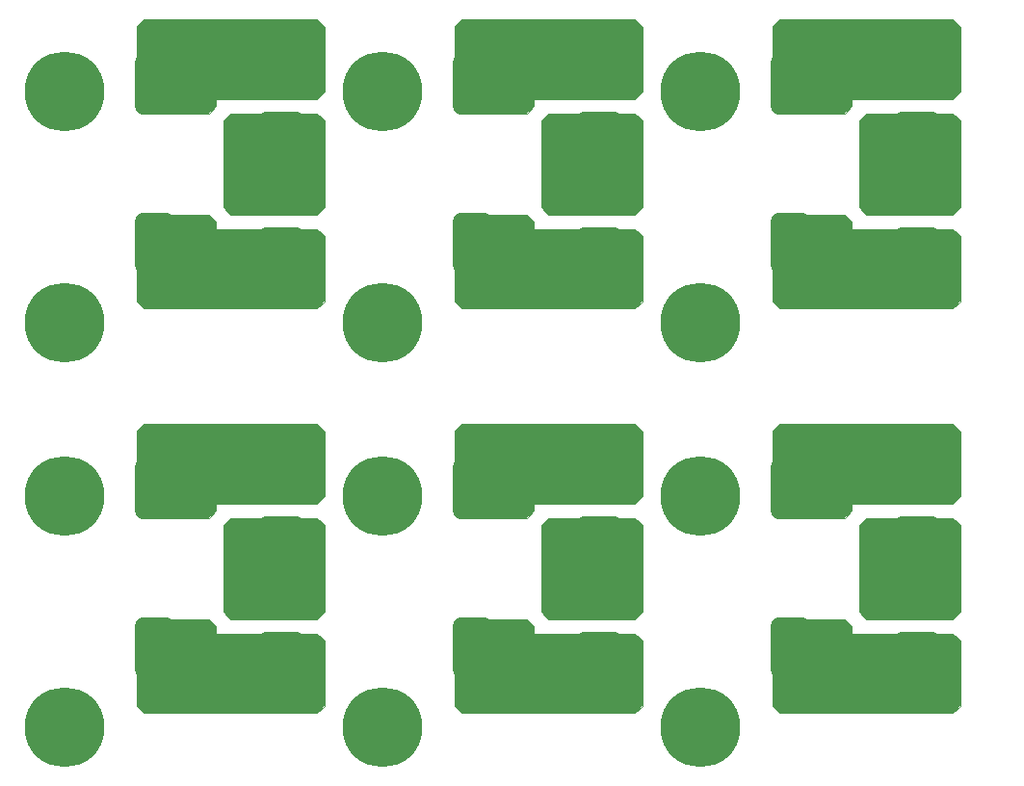
<source format=gbr>
%FSLAX34Y34*%
%MOMM*%
%LNSILK_TOP*%
G71*
G01*
%ADD10C, 2.00*%
%ADD11C, 0.10*%
%ADD12C, 7.00*%
%ADD13C, 1.50*%
%LPD*%
G36*
X257300Y759700D02*
X248525Y768475D01*
X248525Y780925D01*
X257300Y789700D01*
X269750Y789700D01*
X278525Y780925D01*
X278525Y768475D01*
X269750Y759700D01*
X257300Y759700D01*
G37*
G36*
X257300Y810500D02*
X248525Y819275D01*
X248525Y831725D01*
X257300Y840500D01*
X269750Y840500D01*
X278525Y831725D01*
X278525Y819275D01*
X269750Y810500D01*
X257300Y810500D01*
G37*
G36*
X257300Y861300D02*
X248525Y870075D01*
X248525Y882525D01*
X257300Y891300D01*
X269750Y891300D01*
X278525Y882525D01*
X278525Y870075D01*
X269750Y861300D01*
X257300Y861300D01*
G37*
G36*
X257300Y912100D02*
X248525Y920875D01*
X248525Y933325D01*
X257300Y942100D01*
X269750Y942100D01*
X278525Y933325D01*
X278525Y920875D01*
X269750Y912100D01*
X257300Y912100D01*
G37*
X187325Y928688D02*
G54D10*
D03*
X187325Y927100D02*
G54D10*
D03*
X187325Y925512D02*
G54D10*
D03*
X187325Y923925D02*
G54D10*
D03*
X187325Y922338D02*
G54D10*
D03*
X187325Y920750D02*
G54D10*
D03*
X187325Y919162D02*
G54D10*
D03*
X187325Y917575D02*
G54D10*
D03*
X187325Y915988D02*
G54D10*
D03*
X187325Y914400D02*
G54D10*
D03*
X187325Y912812D02*
G54D10*
D03*
X152400Y928688D02*
G54D10*
D03*
X152400Y927100D02*
G54D10*
D03*
X152400Y925512D02*
G54D10*
D03*
X152400Y923925D02*
G54D10*
D03*
X152400Y922338D02*
G54D10*
D03*
X152400Y920750D02*
G54D10*
D03*
X152400Y919162D02*
G54D10*
D03*
X152400Y917575D02*
G54D10*
D03*
X152400Y915988D02*
G54D10*
D03*
X152400Y914400D02*
G54D10*
D03*
X152400Y912812D02*
G54D10*
D03*
X187325Y788988D02*
G54D10*
D03*
X187325Y787400D02*
G54D10*
D03*
X187325Y785812D02*
G54D10*
D03*
X187325Y784225D02*
G54D10*
D03*
X187325Y782638D02*
G54D10*
D03*
X187325Y781050D02*
G54D10*
D03*
X187325Y779462D02*
G54D10*
D03*
X187325Y777875D02*
G54D10*
D03*
X187325Y776288D02*
G54D10*
D03*
X187325Y774700D02*
G54D10*
D03*
X187325Y773112D02*
G54D10*
D03*
X152400Y787400D02*
G54D10*
D03*
X152400Y788988D02*
G54D10*
D03*
X152400Y785812D02*
G54D10*
D03*
X152400Y784225D02*
G54D10*
D03*
X152400Y782638D02*
G54D10*
D03*
X152400Y781050D02*
G54D10*
D03*
X152400Y779462D02*
G54D10*
D03*
X152400Y777875D02*
G54D10*
D03*
X152400Y776288D02*
G54D10*
D03*
X152400Y774700D02*
G54D10*
D03*
X152400Y773112D02*
G54D10*
D03*
G36*
X301625Y889000D02*
X295275Y895350D01*
X219075Y895350D01*
X212725Y889000D01*
X212725Y812800D01*
X219075Y806450D01*
X295275Y806450D01*
X301625Y812800D01*
X301625Y889000D01*
G37*
G54D11*
X301625Y889000D02*
X295275Y895350D01*
X219075Y895350D01*
X212725Y889000D01*
X212725Y812800D01*
X219075Y806450D01*
X295275Y806450D01*
X301625Y812800D01*
X301625Y889000D01*
G36*
X295275Y908050D02*
X301625Y914400D01*
X301625Y946150D01*
X295275Y952500D01*
X142875Y952500D01*
X136525Y946150D01*
X136525Y908050D01*
X295275Y908050D01*
G37*
G54D11*
X295275Y908050D02*
X301625Y914400D01*
X301625Y946150D01*
X295275Y952500D01*
X142875Y952500D01*
X136525Y946150D01*
X136525Y908050D01*
X295275Y908050D01*
G36*
X301625Y787400D02*
X295275Y793750D01*
X136525Y793750D01*
X136525Y755650D01*
X142875Y749300D01*
X295275Y749300D01*
X301625Y755650D01*
X301625Y787400D01*
G37*
G54D11*
X301625Y787400D02*
X295275Y793750D01*
X136525Y793750D01*
X136525Y755650D01*
X142875Y749300D01*
X295275Y749300D01*
X301625Y755650D01*
X301625Y787400D01*
G36*
X136525Y908050D02*
X136525Y901700D01*
X142875Y895350D01*
X200025Y895350D01*
X206375Y901700D01*
X206375Y908050D01*
X136525Y908050D01*
G37*
G54D11*
X136525Y908050D02*
X136525Y901700D01*
X142875Y895350D01*
X200025Y895350D01*
X206375Y901700D01*
X206375Y908050D01*
X136525Y908050D01*
G36*
X136525Y793750D02*
X136525Y800100D01*
X142875Y806450D01*
X200025Y806450D01*
X206375Y800100D01*
X206375Y793750D01*
X136525Y793750D01*
G37*
G54D11*
X136525Y793750D02*
X136525Y800100D01*
X142875Y806450D01*
X200025Y806450D01*
X206375Y800100D01*
X206375Y793750D01*
X136525Y793750D01*
X73025Y914400D02*
G54D12*
D03*
X73025Y711200D02*
G54D12*
D03*
G36*
X301625Y755650D02*
X301625Y730250D01*
X295275Y723900D01*
X142875Y723900D01*
X136525Y730250D01*
X136525Y755650D01*
X301625Y755650D01*
G37*
G54D11*
X301625Y755650D02*
X301625Y730250D01*
X295275Y723900D01*
X142875Y723900D01*
X136525Y730250D01*
X136525Y755650D01*
X301625Y755650D01*
G36*
X136525Y946150D02*
X301625Y946150D01*
X301625Y971550D01*
X295275Y977900D01*
X142875Y977900D01*
X136525Y971550D01*
X136525Y946150D01*
G37*
G54D11*
X136525Y946150D02*
X301625Y946150D01*
X301625Y971550D01*
X295275Y977900D01*
X142875Y977900D01*
X136525Y971550D01*
X136525Y946150D01*
G54D13*
X250825Y927100D02*
X250825Y914400D01*
X276225Y914400D01*
X276225Y939800D01*
X142875Y939800D01*
X142875Y901700D01*
X161925Y901700D01*
X161925Y920750D01*
G54D13*
X250825Y774700D02*
X250825Y787400D01*
X276225Y787400D01*
X276225Y762000D01*
X142875Y762000D01*
X142875Y800100D01*
X161925Y800100D01*
X161925Y781050D01*
G54D13*
X250825Y863600D02*
X250825Y889000D01*
X276225Y889000D01*
X276225Y812800D01*
X250825Y812800D01*
X250825Y838200D01*
G36*
X536700Y759700D02*
X527925Y768475D01*
X527925Y780925D01*
X536700Y789700D01*
X549150Y789700D01*
X557925Y780925D01*
X557925Y768475D01*
X549150Y759700D01*
X536700Y759700D01*
G37*
G36*
X536700Y810500D02*
X527925Y819275D01*
X527925Y831725D01*
X536700Y840500D01*
X549150Y840500D01*
X557925Y831725D01*
X557925Y819275D01*
X549150Y810500D01*
X536700Y810500D01*
G37*
G36*
X536700Y861300D02*
X527925Y870075D01*
X527925Y882525D01*
X536700Y891300D01*
X549150Y891300D01*
X557925Y882525D01*
X557925Y870075D01*
X549150Y861300D01*
X536700Y861300D01*
G37*
G36*
X536700Y912100D02*
X527925Y920875D01*
X527925Y933325D01*
X536700Y942100D01*
X549150Y942100D01*
X557925Y933325D01*
X557925Y920875D01*
X549150Y912100D01*
X536700Y912100D01*
G37*
X466725Y928688D02*
G54D10*
D03*
X466725Y927100D02*
G54D10*
D03*
X466725Y925512D02*
G54D10*
D03*
X466725Y923925D02*
G54D10*
D03*
X466725Y922338D02*
G54D10*
D03*
X466725Y920750D02*
G54D10*
D03*
X466725Y919162D02*
G54D10*
D03*
X466725Y917575D02*
G54D10*
D03*
X466725Y915988D02*
G54D10*
D03*
X466725Y914400D02*
G54D10*
D03*
X466725Y912812D02*
G54D10*
D03*
X431800Y928688D02*
G54D10*
D03*
X431800Y927100D02*
G54D10*
D03*
X431800Y925512D02*
G54D10*
D03*
X431800Y923925D02*
G54D10*
D03*
X431800Y922338D02*
G54D10*
D03*
X431800Y920750D02*
G54D10*
D03*
X431800Y919162D02*
G54D10*
D03*
X431800Y917575D02*
G54D10*
D03*
X431800Y915988D02*
G54D10*
D03*
X431800Y914400D02*
G54D10*
D03*
X431800Y912812D02*
G54D10*
D03*
X466725Y788988D02*
G54D10*
D03*
X466725Y787400D02*
G54D10*
D03*
X466725Y785812D02*
G54D10*
D03*
X466725Y784225D02*
G54D10*
D03*
X466725Y782638D02*
G54D10*
D03*
X466725Y781050D02*
G54D10*
D03*
X466725Y779462D02*
G54D10*
D03*
X466725Y777875D02*
G54D10*
D03*
X466725Y776288D02*
G54D10*
D03*
X466725Y774700D02*
G54D10*
D03*
X466725Y773112D02*
G54D10*
D03*
X431800Y787400D02*
G54D10*
D03*
X431800Y788988D02*
G54D10*
D03*
X431800Y785812D02*
G54D10*
D03*
X431800Y784225D02*
G54D10*
D03*
X431800Y782638D02*
G54D10*
D03*
X431800Y781050D02*
G54D10*
D03*
X431800Y779462D02*
G54D10*
D03*
X431800Y777875D02*
G54D10*
D03*
X431800Y776288D02*
G54D10*
D03*
X431800Y774700D02*
G54D10*
D03*
X431800Y773112D02*
G54D10*
D03*
G36*
X581025Y889000D02*
X574675Y895350D01*
X498475Y895350D01*
X492125Y889000D01*
X492125Y812800D01*
X498475Y806450D01*
X574675Y806450D01*
X581025Y812800D01*
X581025Y889000D01*
G37*
G54D11*
X581025Y889000D02*
X574675Y895350D01*
X498475Y895350D01*
X492125Y889000D01*
X492125Y812800D01*
X498475Y806450D01*
X574675Y806450D01*
X581025Y812800D01*
X581025Y889000D01*
G36*
X574675Y908050D02*
X581025Y914400D01*
X581025Y946150D01*
X574675Y952500D01*
X422275Y952500D01*
X415925Y946150D01*
X415925Y908050D01*
X574675Y908050D01*
G37*
G54D11*
X574675Y908050D02*
X581025Y914400D01*
X581025Y946150D01*
X574675Y952500D01*
X422275Y952500D01*
X415925Y946150D01*
X415925Y908050D01*
X574675Y908050D01*
G36*
X581025Y787400D02*
X574675Y793750D01*
X415925Y793750D01*
X415925Y755650D01*
X422275Y749300D01*
X574675Y749300D01*
X581025Y755650D01*
X581025Y787400D01*
G37*
G54D11*
X581025Y787400D02*
X574675Y793750D01*
X415925Y793750D01*
X415925Y755650D01*
X422275Y749300D01*
X574675Y749300D01*
X581025Y755650D01*
X581025Y787400D01*
G36*
X415925Y908050D02*
X415925Y901700D01*
X422275Y895350D01*
X479425Y895350D01*
X485775Y901700D01*
X485775Y908050D01*
X415925Y908050D01*
G37*
G54D11*
X415925Y908050D02*
X415925Y901700D01*
X422275Y895350D01*
X479425Y895350D01*
X485775Y901700D01*
X485775Y908050D01*
X415925Y908050D01*
G36*
X415925Y793750D02*
X415925Y800100D01*
X422275Y806450D01*
X479425Y806450D01*
X485775Y800100D01*
X485775Y793750D01*
X415925Y793750D01*
G37*
G54D11*
X415925Y793750D02*
X415925Y800100D01*
X422275Y806450D01*
X479425Y806450D01*
X485775Y800100D01*
X485775Y793750D01*
X415925Y793750D01*
X352425Y914400D02*
G54D12*
D03*
X352425Y711200D02*
G54D12*
D03*
G36*
X581025Y755650D02*
X581025Y730250D01*
X574675Y723900D01*
X422275Y723900D01*
X415925Y730250D01*
X415925Y755650D01*
X581025Y755650D01*
G37*
G54D11*
X581025Y755650D02*
X581025Y730250D01*
X574675Y723900D01*
X422275Y723900D01*
X415925Y730250D01*
X415925Y755650D01*
X581025Y755650D01*
G36*
X415925Y946150D02*
X581025Y946150D01*
X581025Y971550D01*
X574675Y977900D01*
X422275Y977900D01*
X415925Y971550D01*
X415925Y946150D01*
G37*
G54D11*
X415925Y946150D02*
X581025Y946150D01*
X581025Y971550D01*
X574675Y977900D01*
X422275Y977900D01*
X415925Y971550D01*
X415925Y946150D01*
G54D13*
X530225Y927100D02*
X530225Y914400D01*
X555625Y914400D01*
X555625Y939800D01*
X422275Y939800D01*
X422275Y901700D01*
X441325Y901700D01*
X441325Y920750D01*
G54D13*
X530225Y774700D02*
X530225Y787400D01*
X555625Y787400D01*
X555625Y762000D01*
X422275Y762000D01*
X422275Y800100D01*
X441325Y800100D01*
X441325Y781050D01*
G54D13*
X530225Y863600D02*
X530225Y889000D01*
X555625Y889000D01*
X555625Y812800D01*
X530225Y812800D01*
X530225Y838200D01*
G36*
X816100Y759700D02*
X807325Y768475D01*
X807325Y780925D01*
X816100Y789700D01*
X828550Y789700D01*
X837325Y780925D01*
X837325Y768475D01*
X828550Y759700D01*
X816100Y759700D01*
G37*
G36*
X816100Y810500D02*
X807325Y819275D01*
X807325Y831725D01*
X816100Y840500D01*
X828550Y840500D01*
X837325Y831725D01*
X837325Y819275D01*
X828550Y810500D01*
X816100Y810500D01*
G37*
G36*
X816100Y861300D02*
X807325Y870075D01*
X807325Y882525D01*
X816100Y891300D01*
X828550Y891300D01*
X837325Y882525D01*
X837325Y870075D01*
X828550Y861300D01*
X816100Y861300D01*
G37*
G36*
X816100Y912100D02*
X807325Y920875D01*
X807325Y933325D01*
X816100Y942100D01*
X828550Y942100D01*
X837325Y933325D01*
X837325Y920875D01*
X828550Y912100D01*
X816100Y912100D01*
G37*
X746125Y928688D02*
G54D10*
D03*
X746125Y927100D02*
G54D10*
D03*
X746125Y925512D02*
G54D10*
D03*
X746125Y923925D02*
G54D10*
D03*
X746125Y922338D02*
G54D10*
D03*
X746125Y920750D02*
G54D10*
D03*
X746125Y919162D02*
G54D10*
D03*
X746125Y917575D02*
G54D10*
D03*
X746125Y915988D02*
G54D10*
D03*
X746125Y914400D02*
G54D10*
D03*
X746125Y912812D02*
G54D10*
D03*
X711200Y928688D02*
G54D10*
D03*
X711200Y927100D02*
G54D10*
D03*
X711200Y925512D02*
G54D10*
D03*
X711200Y923925D02*
G54D10*
D03*
X711200Y922338D02*
G54D10*
D03*
X711200Y920750D02*
G54D10*
D03*
X711200Y919162D02*
G54D10*
D03*
X711200Y917575D02*
G54D10*
D03*
X711200Y915988D02*
G54D10*
D03*
X711200Y914400D02*
G54D10*
D03*
X711200Y912812D02*
G54D10*
D03*
X746125Y788988D02*
G54D10*
D03*
X746125Y787400D02*
G54D10*
D03*
X746125Y785812D02*
G54D10*
D03*
X746125Y784225D02*
G54D10*
D03*
X746125Y782638D02*
G54D10*
D03*
X746125Y781050D02*
G54D10*
D03*
X746125Y779462D02*
G54D10*
D03*
X746125Y777875D02*
G54D10*
D03*
X746125Y776288D02*
G54D10*
D03*
X746125Y774700D02*
G54D10*
D03*
X746125Y773112D02*
G54D10*
D03*
X711200Y787400D02*
G54D10*
D03*
X711200Y788988D02*
G54D10*
D03*
X711200Y785812D02*
G54D10*
D03*
X711200Y784225D02*
G54D10*
D03*
X711200Y782638D02*
G54D10*
D03*
X711200Y781050D02*
G54D10*
D03*
X711200Y779462D02*
G54D10*
D03*
X711200Y777875D02*
G54D10*
D03*
X711200Y776288D02*
G54D10*
D03*
X711200Y774700D02*
G54D10*
D03*
X711200Y773112D02*
G54D10*
D03*
G36*
X860425Y889000D02*
X854075Y895350D01*
X777875Y895350D01*
X771525Y889000D01*
X771525Y812800D01*
X777875Y806450D01*
X854075Y806450D01*
X860425Y812800D01*
X860425Y889000D01*
G37*
G54D11*
X860425Y889000D02*
X854075Y895350D01*
X777875Y895350D01*
X771525Y889000D01*
X771525Y812800D01*
X777875Y806450D01*
X854075Y806450D01*
X860425Y812800D01*
X860425Y889000D01*
G36*
X854075Y908050D02*
X860425Y914400D01*
X860425Y946150D01*
X854075Y952500D01*
X701675Y952500D01*
X695325Y946150D01*
X695325Y908050D01*
X854075Y908050D01*
G37*
G54D11*
X854075Y908050D02*
X860425Y914400D01*
X860425Y946150D01*
X854075Y952500D01*
X701675Y952500D01*
X695325Y946150D01*
X695325Y908050D01*
X854075Y908050D01*
G36*
X860425Y787400D02*
X854075Y793750D01*
X695325Y793750D01*
X695325Y755650D01*
X701675Y749300D01*
X854075Y749300D01*
X860425Y755650D01*
X860425Y787400D01*
G37*
G54D11*
X860425Y787400D02*
X854075Y793750D01*
X695325Y793750D01*
X695325Y755650D01*
X701675Y749300D01*
X854075Y749300D01*
X860425Y755650D01*
X860425Y787400D01*
G36*
X695325Y908050D02*
X695325Y901700D01*
X701675Y895350D01*
X758825Y895350D01*
X765175Y901700D01*
X765175Y908050D01*
X695325Y908050D01*
G37*
G54D11*
X695325Y908050D02*
X695325Y901700D01*
X701675Y895350D01*
X758825Y895350D01*
X765175Y901700D01*
X765175Y908050D01*
X695325Y908050D01*
G36*
X695325Y793750D02*
X695325Y800100D01*
X701675Y806450D01*
X758825Y806450D01*
X765175Y800100D01*
X765175Y793750D01*
X695325Y793750D01*
G37*
G54D11*
X695325Y793750D02*
X695325Y800100D01*
X701675Y806450D01*
X758825Y806450D01*
X765175Y800100D01*
X765175Y793750D01*
X695325Y793750D01*
X631825Y914400D02*
G54D12*
D03*
X631825Y711200D02*
G54D12*
D03*
G36*
X860425Y755650D02*
X860425Y730250D01*
X854075Y723900D01*
X701675Y723900D01*
X695325Y730250D01*
X695325Y755650D01*
X860425Y755650D01*
G37*
G54D11*
X860425Y755650D02*
X860425Y730250D01*
X854075Y723900D01*
X701675Y723900D01*
X695325Y730250D01*
X695325Y755650D01*
X860425Y755650D01*
G36*
X695325Y946150D02*
X860425Y946150D01*
X860425Y971550D01*
X854075Y977900D01*
X701675Y977900D01*
X695325Y971550D01*
X695325Y946150D01*
G37*
G54D11*
X695325Y946150D02*
X860425Y946150D01*
X860425Y971550D01*
X854075Y977900D01*
X701675Y977900D01*
X695325Y971550D01*
X695325Y946150D01*
G54D13*
X809625Y927100D02*
X809625Y914400D01*
X835025Y914400D01*
X835025Y939800D01*
X701675Y939800D01*
X701675Y901700D01*
X720725Y901700D01*
X720725Y920750D01*
G54D13*
X809625Y774700D02*
X809625Y787400D01*
X835025Y787400D01*
X835025Y762000D01*
X701675Y762000D01*
X701675Y800100D01*
X720725Y800100D01*
X720725Y781050D01*
G54D13*
X809625Y863600D02*
X809625Y889000D01*
X835025Y889000D01*
X835025Y812800D01*
X809625Y812800D01*
X809625Y838200D01*
G36*
X257300Y404100D02*
X248525Y412875D01*
X248525Y425325D01*
X257300Y434100D01*
X269750Y434100D01*
X278525Y425325D01*
X278525Y412875D01*
X269750Y404100D01*
X257300Y404100D01*
G37*
G36*
X257300Y454900D02*
X248525Y463675D01*
X248525Y476125D01*
X257300Y484900D01*
X269750Y484900D01*
X278525Y476125D01*
X278525Y463675D01*
X269750Y454900D01*
X257300Y454900D01*
G37*
G36*
X257300Y505700D02*
X248525Y514475D01*
X248525Y526925D01*
X257300Y535700D01*
X269750Y535700D01*
X278525Y526925D01*
X278525Y514475D01*
X269750Y505700D01*
X257300Y505700D01*
G37*
G36*
X257300Y556500D02*
X248525Y565275D01*
X248525Y577725D01*
X257300Y586500D01*
X269750Y586500D01*
X278525Y577725D01*
X278525Y565275D01*
X269750Y556500D01*
X257300Y556500D01*
G37*
X187325Y573088D02*
G54D10*
D03*
X187325Y571500D02*
G54D10*
D03*
X187325Y569912D02*
G54D10*
D03*
X187325Y568325D02*
G54D10*
D03*
X187325Y566738D02*
G54D10*
D03*
X187325Y565150D02*
G54D10*
D03*
X187325Y563562D02*
G54D10*
D03*
X187325Y561975D02*
G54D10*
D03*
X187325Y560388D02*
G54D10*
D03*
X187325Y558800D02*
G54D10*
D03*
X187325Y557212D02*
G54D10*
D03*
X152400Y573088D02*
G54D10*
D03*
X152400Y571500D02*
G54D10*
D03*
X152400Y569912D02*
G54D10*
D03*
X152400Y568325D02*
G54D10*
D03*
X152400Y566738D02*
G54D10*
D03*
X152400Y565150D02*
G54D10*
D03*
X152400Y563562D02*
G54D10*
D03*
X152400Y561975D02*
G54D10*
D03*
X152400Y560388D02*
G54D10*
D03*
X152400Y558800D02*
G54D10*
D03*
X152400Y557212D02*
G54D10*
D03*
X187325Y433388D02*
G54D10*
D03*
X187325Y431800D02*
G54D10*
D03*
X187325Y430212D02*
G54D10*
D03*
X187325Y428625D02*
G54D10*
D03*
X187325Y427038D02*
G54D10*
D03*
X187325Y425450D02*
G54D10*
D03*
X187325Y423862D02*
G54D10*
D03*
X187325Y422275D02*
G54D10*
D03*
X187325Y420688D02*
G54D10*
D03*
X187325Y419100D02*
G54D10*
D03*
X187325Y417512D02*
G54D10*
D03*
X152400Y431800D02*
G54D10*
D03*
X152400Y433388D02*
G54D10*
D03*
X152400Y430212D02*
G54D10*
D03*
X152400Y428625D02*
G54D10*
D03*
X152400Y427038D02*
G54D10*
D03*
X152400Y425450D02*
G54D10*
D03*
X152400Y423862D02*
G54D10*
D03*
X152400Y422275D02*
G54D10*
D03*
X152400Y420688D02*
G54D10*
D03*
X152400Y419100D02*
G54D10*
D03*
X152400Y417512D02*
G54D10*
D03*
G36*
X301625Y533400D02*
X295275Y539750D01*
X219075Y539750D01*
X212725Y533400D01*
X212725Y457200D01*
X219075Y450850D01*
X295275Y450850D01*
X301625Y457200D01*
X301625Y533400D01*
G37*
G54D11*
X301625Y533400D02*
X295275Y539750D01*
X219075Y539750D01*
X212725Y533400D01*
X212725Y457200D01*
X219075Y450850D01*
X295275Y450850D01*
X301625Y457200D01*
X301625Y533400D01*
G36*
X295275Y552450D02*
X301625Y558800D01*
X301625Y590550D01*
X295275Y596900D01*
X142875Y596900D01*
X136525Y590550D01*
X136525Y552450D01*
X295275Y552450D01*
G37*
G54D11*
X295275Y552450D02*
X301625Y558800D01*
X301625Y590550D01*
X295275Y596900D01*
X142875Y596900D01*
X136525Y590550D01*
X136525Y552450D01*
X295275Y552450D01*
G36*
X301625Y431800D02*
X295275Y438150D01*
X136525Y438150D01*
X136525Y400050D01*
X142875Y393700D01*
X295275Y393700D01*
X301625Y400050D01*
X301625Y431800D01*
G37*
G54D11*
X301625Y431800D02*
X295275Y438150D01*
X136525Y438150D01*
X136525Y400050D01*
X142875Y393700D01*
X295275Y393700D01*
X301625Y400050D01*
X301625Y431800D01*
G36*
X136525Y552450D02*
X136525Y546100D01*
X142875Y539750D01*
X200025Y539750D01*
X206375Y546100D01*
X206375Y552450D01*
X136525Y552450D01*
G37*
G54D11*
X136525Y552450D02*
X136525Y546100D01*
X142875Y539750D01*
X200025Y539750D01*
X206375Y546100D01*
X206375Y552450D01*
X136525Y552450D01*
G36*
X136525Y438150D02*
X136525Y444500D01*
X142875Y450850D01*
X200025Y450850D01*
X206375Y444500D01*
X206375Y438150D01*
X136525Y438150D01*
G37*
G54D11*
X136525Y438150D02*
X136525Y444500D01*
X142875Y450850D01*
X200025Y450850D01*
X206375Y444500D01*
X206375Y438150D01*
X136525Y438150D01*
X73025Y558800D02*
G54D12*
D03*
X73025Y355600D02*
G54D12*
D03*
G36*
X301625Y400050D02*
X301625Y374650D01*
X295275Y368300D01*
X142875Y368300D01*
X136525Y374650D01*
X136525Y400050D01*
X301625Y400050D01*
G37*
G54D11*
X301625Y400050D02*
X301625Y374650D01*
X295275Y368300D01*
X142875Y368300D01*
X136525Y374650D01*
X136525Y400050D01*
X301625Y400050D01*
G36*
X136525Y590550D02*
X301625Y590550D01*
X301625Y615950D01*
X295275Y622300D01*
X142875Y622300D01*
X136525Y615950D01*
X136525Y590550D01*
G37*
G54D11*
X136525Y590550D02*
X301625Y590550D01*
X301625Y615950D01*
X295275Y622300D01*
X142875Y622300D01*
X136525Y615950D01*
X136525Y590550D01*
G54D13*
X250825Y571500D02*
X250825Y558800D01*
X276225Y558800D01*
X276225Y584200D01*
X142875Y584200D01*
X142875Y546100D01*
X161925Y546100D01*
X161925Y565150D01*
G54D13*
X250825Y419100D02*
X250825Y431800D01*
X276225Y431800D01*
X276225Y406400D01*
X142875Y406400D01*
X142875Y444500D01*
X161925Y444500D01*
X161925Y425450D01*
G54D13*
X250825Y508000D02*
X250825Y533400D01*
X276225Y533400D01*
X276225Y457200D01*
X250825Y457200D01*
X250825Y482600D01*
G36*
X536700Y404100D02*
X527925Y412875D01*
X527925Y425325D01*
X536700Y434100D01*
X549150Y434100D01*
X557925Y425325D01*
X557925Y412875D01*
X549150Y404100D01*
X536700Y404100D01*
G37*
G36*
X536700Y454900D02*
X527925Y463675D01*
X527925Y476125D01*
X536700Y484900D01*
X549150Y484900D01*
X557925Y476125D01*
X557925Y463675D01*
X549150Y454900D01*
X536700Y454900D01*
G37*
G36*
X536700Y505700D02*
X527925Y514475D01*
X527925Y526925D01*
X536700Y535700D01*
X549150Y535700D01*
X557925Y526925D01*
X557925Y514475D01*
X549150Y505700D01*
X536700Y505700D01*
G37*
G36*
X536700Y556500D02*
X527925Y565275D01*
X527925Y577725D01*
X536700Y586500D01*
X549150Y586500D01*
X557925Y577725D01*
X557925Y565275D01*
X549150Y556500D01*
X536700Y556500D01*
G37*
X466725Y573088D02*
G54D10*
D03*
X466725Y571500D02*
G54D10*
D03*
X466725Y569912D02*
G54D10*
D03*
X466725Y568325D02*
G54D10*
D03*
X466725Y566738D02*
G54D10*
D03*
X466725Y565150D02*
G54D10*
D03*
X466725Y563562D02*
G54D10*
D03*
X466725Y561975D02*
G54D10*
D03*
X466725Y560388D02*
G54D10*
D03*
X466725Y558800D02*
G54D10*
D03*
X466725Y557212D02*
G54D10*
D03*
X431800Y573088D02*
G54D10*
D03*
X431800Y571500D02*
G54D10*
D03*
X431800Y569912D02*
G54D10*
D03*
X431800Y568325D02*
G54D10*
D03*
X431800Y566738D02*
G54D10*
D03*
X431800Y565150D02*
G54D10*
D03*
X431800Y563562D02*
G54D10*
D03*
X431800Y561975D02*
G54D10*
D03*
X431800Y560388D02*
G54D10*
D03*
X431800Y558800D02*
G54D10*
D03*
X431800Y557212D02*
G54D10*
D03*
X466725Y433388D02*
G54D10*
D03*
X466725Y431800D02*
G54D10*
D03*
X466725Y430212D02*
G54D10*
D03*
X466725Y428625D02*
G54D10*
D03*
X466725Y427038D02*
G54D10*
D03*
X466725Y425450D02*
G54D10*
D03*
X466725Y423862D02*
G54D10*
D03*
X466725Y422275D02*
G54D10*
D03*
X466725Y420688D02*
G54D10*
D03*
X466725Y419100D02*
G54D10*
D03*
X466725Y417512D02*
G54D10*
D03*
X431800Y431800D02*
G54D10*
D03*
X431800Y433388D02*
G54D10*
D03*
X431800Y430212D02*
G54D10*
D03*
X431800Y428625D02*
G54D10*
D03*
X431800Y427038D02*
G54D10*
D03*
X431800Y425450D02*
G54D10*
D03*
X431800Y423862D02*
G54D10*
D03*
X431800Y422275D02*
G54D10*
D03*
X431800Y420688D02*
G54D10*
D03*
X431800Y419100D02*
G54D10*
D03*
X431800Y417512D02*
G54D10*
D03*
G36*
X581025Y533400D02*
X574675Y539750D01*
X498475Y539750D01*
X492125Y533400D01*
X492125Y457200D01*
X498475Y450850D01*
X574675Y450850D01*
X581025Y457200D01*
X581025Y533400D01*
G37*
G54D11*
X581025Y533400D02*
X574675Y539750D01*
X498475Y539750D01*
X492125Y533400D01*
X492125Y457200D01*
X498475Y450850D01*
X574675Y450850D01*
X581025Y457200D01*
X581025Y533400D01*
G36*
X574675Y552450D02*
X581025Y558800D01*
X581025Y590550D01*
X574675Y596900D01*
X422275Y596900D01*
X415925Y590550D01*
X415925Y552450D01*
X574675Y552450D01*
G37*
G54D11*
X574675Y552450D02*
X581025Y558800D01*
X581025Y590550D01*
X574675Y596900D01*
X422275Y596900D01*
X415925Y590550D01*
X415925Y552450D01*
X574675Y552450D01*
G36*
X581025Y431800D02*
X574675Y438150D01*
X415925Y438150D01*
X415925Y400050D01*
X422275Y393700D01*
X574675Y393700D01*
X581025Y400050D01*
X581025Y431800D01*
G37*
G54D11*
X581025Y431800D02*
X574675Y438150D01*
X415925Y438150D01*
X415925Y400050D01*
X422275Y393700D01*
X574675Y393700D01*
X581025Y400050D01*
X581025Y431800D01*
G36*
X415925Y552450D02*
X415925Y546100D01*
X422275Y539750D01*
X479425Y539750D01*
X485775Y546100D01*
X485775Y552450D01*
X415925Y552450D01*
G37*
G54D11*
X415925Y552450D02*
X415925Y546100D01*
X422275Y539750D01*
X479425Y539750D01*
X485775Y546100D01*
X485775Y552450D01*
X415925Y552450D01*
G36*
X415925Y438150D02*
X415925Y444500D01*
X422275Y450850D01*
X479425Y450850D01*
X485775Y444500D01*
X485775Y438150D01*
X415925Y438150D01*
G37*
G54D11*
X415925Y438150D02*
X415925Y444500D01*
X422275Y450850D01*
X479425Y450850D01*
X485775Y444500D01*
X485775Y438150D01*
X415925Y438150D01*
X352425Y558800D02*
G54D12*
D03*
X352425Y355600D02*
G54D12*
D03*
G36*
X581025Y400050D02*
X581025Y374650D01*
X574675Y368300D01*
X422275Y368300D01*
X415925Y374650D01*
X415925Y400050D01*
X581025Y400050D01*
G37*
G54D11*
X581025Y400050D02*
X581025Y374650D01*
X574675Y368300D01*
X422275Y368300D01*
X415925Y374650D01*
X415925Y400050D01*
X581025Y400050D01*
G36*
X415925Y590550D02*
X581025Y590550D01*
X581025Y615950D01*
X574675Y622300D01*
X422275Y622300D01*
X415925Y615950D01*
X415925Y590550D01*
G37*
G54D11*
X415925Y590550D02*
X581025Y590550D01*
X581025Y615950D01*
X574675Y622300D01*
X422275Y622300D01*
X415925Y615950D01*
X415925Y590550D01*
G54D13*
X530225Y571500D02*
X530225Y558800D01*
X555625Y558800D01*
X555625Y584200D01*
X422275Y584200D01*
X422275Y546100D01*
X441325Y546100D01*
X441325Y565150D01*
G54D13*
X530225Y419100D02*
X530225Y431800D01*
X555625Y431800D01*
X555625Y406400D01*
X422275Y406400D01*
X422275Y444500D01*
X441325Y444500D01*
X441325Y425450D01*
G54D13*
X530225Y508000D02*
X530225Y533400D01*
X555625Y533400D01*
X555625Y457200D01*
X530225Y457200D01*
X530225Y482600D01*
G36*
X816100Y404100D02*
X807325Y412875D01*
X807325Y425325D01*
X816100Y434100D01*
X828550Y434100D01*
X837325Y425325D01*
X837325Y412875D01*
X828550Y404100D01*
X816100Y404100D01*
G37*
G36*
X816100Y454900D02*
X807325Y463675D01*
X807325Y476125D01*
X816100Y484900D01*
X828550Y484900D01*
X837325Y476125D01*
X837325Y463675D01*
X828550Y454900D01*
X816100Y454900D01*
G37*
G36*
X816100Y505700D02*
X807325Y514475D01*
X807325Y526925D01*
X816100Y535700D01*
X828550Y535700D01*
X837325Y526925D01*
X837325Y514475D01*
X828550Y505700D01*
X816100Y505700D01*
G37*
G36*
X816100Y556500D02*
X807325Y565275D01*
X807325Y577725D01*
X816100Y586500D01*
X828550Y586500D01*
X837325Y577725D01*
X837325Y565275D01*
X828550Y556500D01*
X816100Y556500D01*
G37*
X746125Y573088D02*
G54D10*
D03*
X746125Y571500D02*
G54D10*
D03*
X746125Y569912D02*
G54D10*
D03*
X746125Y568325D02*
G54D10*
D03*
X746125Y566738D02*
G54D10*
D03*
X746125Y565150D02*
G54D10*
D03*
X746125Y563562D02*
G54D10*
D03*
X746125Y561975D02*
G54D10*
D03*
X746125Y560388D02*
G54D10*
D03*
X746125Y558800D02*
G54D10*
D03*
X746125Y557212D02*
G54D10*
D03*
X711200Y573088D02*
G54D10*
D03*
X711200Y571500D02*
G54D10*
D03*
X711200Y569912D02*
G54D10*
D03*
X711200Y568325D02*
G54D10*
D03*
X711200Y566738D02*
G54D10*
D03*
X711200Y565150D02*
G54D10*
D03*
X711200Y563562D02*
G54D10*
D03*
X711200Y561975D02*
G54D10*
D03*
X711200Y560388D02*
G54D10*
D03*
X711200Y558800D02*
G54D10*
D03*
X711200Y557212D02*
G54D10*
D03*
X746125Y433388D02*
G54D10*
D03*
X746125Y431800D02*
G54D10*
D03*
X746125Y430212D02*
G54D10*
D03*
X746125Y428625D02*
G54D10*
D03*
X746125Y427038D02*
G54D10*
D03*
X746125Y425450D02*
G54D10*
D03*
X746125Y423862D02*
G54D10*
D03*
X746125Y422275D02*
G54D10*
D03*
X746125Y420688D02*
G54D10*
D03*
X746125Y419100D02*
G54D10*
D03*
X746125Y417512D02*
G54D10*
D03*
X711200Y431800D02*
G54D10*
D03*
X711200Y433388D02*
G54D10*
D03*
X711200Y430212D02*
G54D10*
D03*
X711200Y428625D02*
G54D10*
D03*
X711200Y427038D02*
G54D10*
D03*
X711200Y425450D02*
G54D10*
D03*
X711200Y423862D02*
G54D10*
D03*
X711200Y422275D02*
G54D10*
D03*
X711200Y420688D02*
G54D10*
D03*
X711200Y419100D02*
G54D10*
D03*
X711200Y417512D02*
G54D10*
D03*
G36*
X860425Y533400D02*
X854075Y539750D01*
X777875Y539750D01*
X771525Y533400D01*
X771525Y457200D01*
X777875Y450850D01*
X854075Y450850D01*
X860425Y457200D01*
X860425Y533400D01*
G37*
G54D11*
X860425Y533400D02*
X854075Y539750D01*
X777875Y539750D01*
X771525Y533400D01*
X771525Y457200D01*
X777875Y450850D01*
X854075Y450850D01*
X860425Y457200D01*
X860425Y533400D01*
G36*
X854075Y552450D02*
X860425Y558800D01*
X860425Y590550D01*
X854075Y596900D01*
X701675Y596900D01*
X695325Y590550D01*
X695325Y552450D01*
X854075Y552450D01*
G37*
G54D11*
X854075Y552450D02*
X860425Y558800D01*
X860425Y590550D01*
X854075Y596900D01*
X701675Y596900D01*
X695325Y590550D01*
X695325Y552450D01*
X854075Y552450D01*
G36*
X860425Y431800D02*
X854075Y438150D01*
X695325Y438150D01*
X695325Y400050D01*
X701675Y393700D01*
X854075Y393700D01*
X860425Y400050D01*
X860425Y431800D01*
G37*
G54D11*
X860425Y431800D02*
X854075Y438150D01*
X695325Y438150D01*
X695325Y400050D01*
X701675Y393700D01*
X854075Y393700D01*
X860425Y400050D01*
X860425Y431800D01*
G36*
X695325Y552450D02*
X695325Y546100D01*
X701675Y539750D01*
X758825Y539750D01*
X765175Y546100D01*
X765175Y552450D01*
X695325Y552450D01*
G37*
G54D11*
X695325Y552450D02*
X695325Y546100D01*
X701675Y539750D01*
X758825Y539750D01*
X765175Y546100D01*
X765175Y552450D01*
X695325Y552450D01*
G36*
X695325Y438150D02*
X695325Y444500D01*
X701675Y450850D01*
X758825Y450850D01*
X765175Y444500D01*
X765175Y438150D01*
X695325Y438150D01*
G37*
G54D11*
X695325Y438150D02*
X695325Y444500D01*
X701675Y450850D01*
X758825Y450850D01*
X765175Y444500D01*
X765175Y438150D01*
X695325Y438150D01*
X631825Y558800D02*
G54D12*
D03*
X631825Y355600D02*
G54D12*
D03*
G36*
X860425Y400050D02*
X860425Y374650D01*
X854075Y368300D01*
X701675Y368300D01*
X695325Y374650D01*
X695325Y400050D01*
X860425Y400050D01*
G37*
G54D11*
X860425Y400050D02*
X860425Y374650D01*
X854075Y368300D01*
X701675Y368300D01*
X695325Y374650D01*
X695325Y400050D01*
X860425Y400050D01*
G36*
X695325Y590550D02*
X860425Y590550D01*
X860425Y615950D01*
X854075Y622300D01*
X701675Y622300D01*
X695325Y615950D01*
X695325Y590550D01*
G37*
G54D11*
X695325Y590550D02*
X860425Y590550D01*
X860425Y615950D01*
X854075Y622300D01*
X701675Y622300D01*
X695325Y615950D01*
X695325Y590550D01*
G54D13*
X809625Y571500D02*
X809625Y558800D01*
X835025Y558800D01*
X835025Y584200D01*
X701675Y584200D01*
X701675Y546100D01*
X720725Y546100D01*
X720725Y565150D01*
G54D13*
X809625Y419100D02*
X809625Y431800D01*
X835025Y431800D01*
X835025Y406400D01*
X701675Y406400D01*
X701675Y444500D01*
X720725Y444500D01*
X720725Y425450D01*
G54D13*
X809625Y508000D02*
X809625Y533400D01*
X835025Y533400D01*
X835025Y457200D01*
X809625Y457200D01*
X809625Y482600D01*
M02*

</source>
